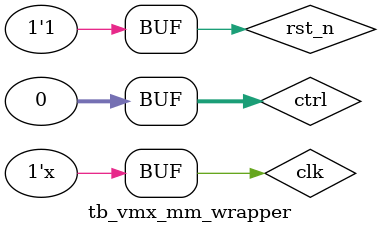
<source format=v>

`timescale 1 ns / 1 ps

module tb_vmx_mm_wrapper();

reg clk;
reg rst_n;
reg [31:0] ctrl;

wire wr_en;
wire [7:0] addr;
wire [127:0] d_o;
wire [31:0] flag;

reg [63:0] d_i;
reg [63:0] memory [0:15];

initial begin
    memory[16'h0] = {16'h0001, 16'h0000, 16'h0000, 16'h0000};
    memory[16'h1] = {16'h0000, 16'h0001, 16'h0000, 16'h0000};
    memory[16'h2] = {16'h0000, 16'h0000, 16'hFFFF, 16'h0000};
    memory[16'h3] = {16'h0000, 16'h0000, 16'h0000, 16'hFFFF};
    memory[16'h4] = {16'h0001, 16'h0000, 16'h0000, 16'h0000};
    memory[16'h5] = {16'h0000, 16'hFFFF, 16'h0000, 16'h0000};
    memory[16'h6] = {16'h0000, 16'h0000, 16'h0001, 16'h0000};
    memory[16'h7] = {16'h0000, 16'h0000, 16'h0000, 16'hFFFF};
    memory[16'h8] = {16'h0000, 16'h0000, 16'h0000, 16'h0000};
    memory[16'h9] = {16'h0000, 16'h0000, 16'h0000, 16'h0000};
    memory[16'hA] = {16'h0000, 16'h0000, 16'h0000, 16'h0000};
    memory[16'hB] = {16'h0000, 16'h0000, 16'h0000, 16'h0000};
    memory[16'hC] = {16'h0000, 16'h0000, 16'h0000, 16'h0000};
    memory[16'hD] = {16'h0000, 16'h0000, 16'h0000, 16'h0000};
    memory[16'hE] = {16'h0000, 16'h0000, 16'h0000, 16'h0000};
    memory[16'hF] = {16'h0000, 16'h0000, 16'h0000, 16'h0000};
    clk = 0;
    rst_n = 1;
    d_i = 0;
    ctrl = 0;
    #5
    rst_n = 0;
    #5
    rst_n = 1;
    #10
    ctrl[0] = 1;
    #20
    ctrl[0] = 0;
    #400
    ctrl[0] = 1;
    #20
    ctrl[0] = 0;
end

always
    #10 clk = ~clk;

always @(*) begin
    if (flag == 1 || flag == 2)
        d_i = memory[addr];
    else d_i = 0;
end

always @( posedge clk ) begin
    memory[addr] = (wr_en) ? d_o[64+:64] : memory[addr];
    memory[addr+1] = (wr_en) ? d_o[0+:64] : memory[addr+1];
end

vmx_mm_wrapper myVMX_wrapper(
    // ports
    .clk(clk),		// main CLK
    .rst_n(rst_n),	// negative rst
    .addr(addr),	// selected write address
    .wr_en(wr_en),	// write enable
    .d_o(d_o),		// data out 128bit
    .d_i(d_i),		// data in 64bit
    .ctrl(ctrl),	// ctrl flag in
    .flag(flag)		// status flag out
);

endmodule

</source>
